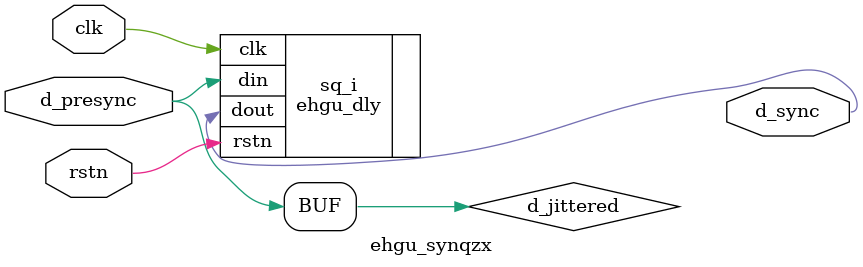
<source format=sv>
module ehgu_synqzx 
#( 
`ifndef SYNTHESIS
  parameter type T = realtime,
  parameter T MAX_DELAY =100ps,
`endif
parameter STAGES = 2 ,
parameter WIDTH = 1 
)
(
input logic clk,
input logic rstn,
input logic [WIDTH-1:0] d_presync,
output logic [WIDTH-1:0] d_sync
);

logic [WIDTH-1:0] d_jittered;

`ifndef SYNTHESIS
	thee_rand_busdly   	#( .WIDTH (WIDTH), .T(T), .MAX_DELAY(MAX_DELAY)   ) rdly_i
	(
		.bus_in(d_presync),
		.bus_out(d_jittered)
  	);
`else
	assign d_jittered = d_presync;
`endif

ehgu_dly #(.DELAY(STAGES), .WIDTH(WIDTH)) sq_i ( .clk , .rstn , .din(d_jittered) , .dout(d_sync));

  logic vikram;
endmodule
</source>
